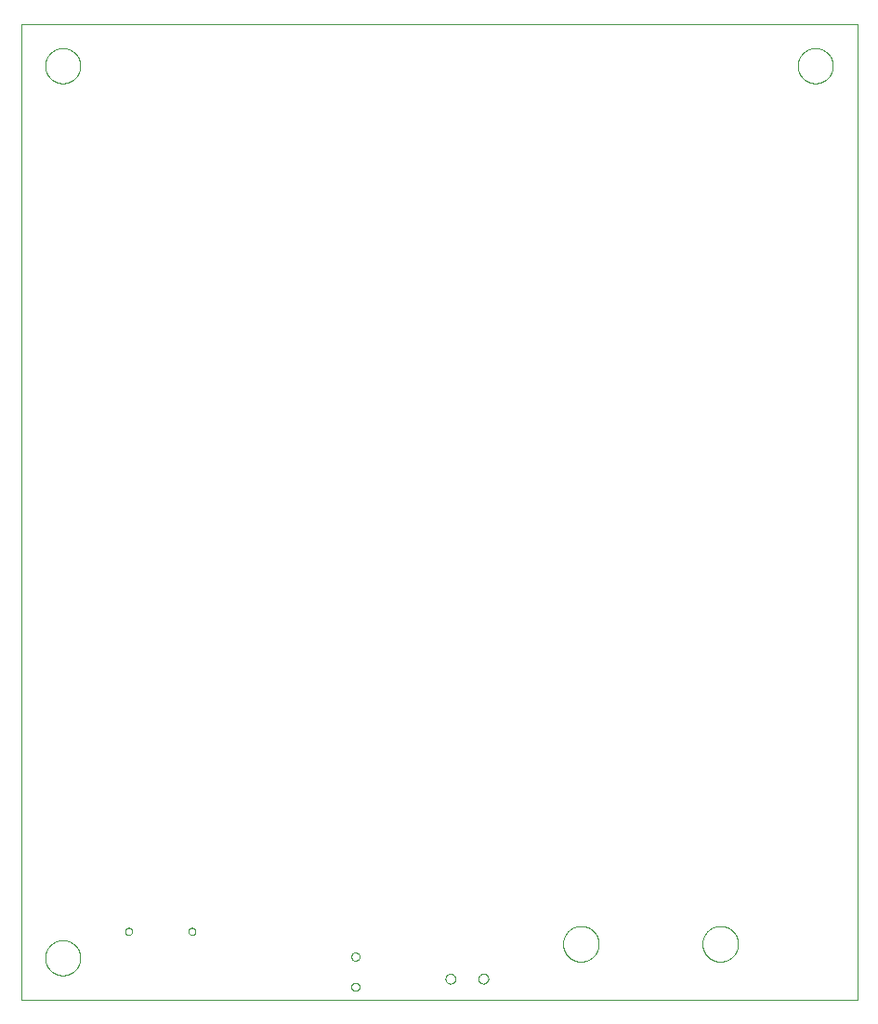
<source format=gbo>
G75*
%MOIN*%
%OFA0B0*%
%FSLAX25Y25*%
%IPPOS*%
%LPD*%
%AMOC8*
5,1,8,0,0,1.08239X$1,22.5*
%
%ADD10C,0.00000*%
D10*
X0001394Y0011093D02*
X0001394Y0361093D01*
X0301394Y0361093D01*
X0301394Y0011093D01*
X0001394Y0011093D01*
X0010095Y0026093D02*
X0010097Y0026251D01*
X0010103Y0026409D01*
X0010113Y0026567D01*
X0010127Y0026725D01*
X0010145Y0026882D01*
X0010166Y0027039D01*
X0010192Y0027195D01*
X0010222Y0027351D01*
X0010255Y0027506D01*
X0010293Y0027659D01*
X0010334Y0027812D01*
X0010379Y0027964D01*
X0010428Y0028115D01*
X0010481Y0028264D01*
X0010537Y0028412D01*
X0010597Y0028558D01*
X0010661Y0028703D01*
X0010729Y0028846D01*
X0010800Y0028988D01*
X0010874Y0029128D01*
X0010952Y0029265D01*
X0011034Y0029401D01*
X0011118Y0029535D01*
X0011207Y0029666D01*
X0011298Y0029795D01*
X0011393Y0029922D01*
X0011490Y0030047D01*
X0011591Y0030169D01*
X0011695Y0030288D01*
X0011802Y0030405D01*
X0011912Y0030519D01*
X0012025Y0030630D01*
X0012140Y0030739D01*
X0012258Y0030844D01*
X0012379Y0030946D01*
X0012502Y0031046D01*
X0012628Y0031142D01*
X0012756Y0031235D01*
X0012886Y0031325D01*
X0013019Y0031411D01*
X0013154Y0031495D01*
X0013290Y0031574D01*
X0013429Y0031651D01*
X0013570Y0031723D01*
X0013712Y0031793D01*
X0013856Y0031858D01*
X0014002Y0031920D01*
X0014149Y0031978D01*
X0014298Y0032033D01*
X0014448Y0032084D01*
X0014599Y0032131D01*
X0014751Y0032174D01*
X0014904Y0032213D01*
X0015059Y0032249D01*
X0015214Y0032280D01*
X0015370Y0032308D01*
X0015526Y0032332D01*
X0015683Y0032352D01*
X0015841Y0032368D01*
X0015998Y0032380D01*
X0016157Y0032388D01*
X0016315Y0032392D01*
X0016473Y0032392D01*
X0016631Y0032388D01*
X0016790Y0032380D01*
X0016947Y0032368D01*
X0017105Y0032352D01*
X0017262Y0032332D01*
X0017418Y0032308D01*
X0017574Y0032280D01*
X0017729Y0032249D01*
X0017884Y0032213D01*
X0018037Y0032174D01*
X0018189Y0032131D01*
X0018340Y0032084D01*
X0018490Y0032033D01*
X0018639Y0031978D01*
X0018786Y0031920D01*
X0018932Y0031858D01*
X0019076Y0031793D01*
X0019218Y0031723D01*
X0019359Y0031651D01*
X0019498Y0031574D01*
X0019634Y0031495D01*
X0019769Y0031411D01*
X0019902Y0031325D01*
X0020032Y0031235D01*
X0020160Y0031142D01*
X0020286Y0031046D01*
X0020409Y0030946D01*
X0020530Y0030844D01*
X0020648Y0030739D01*
X0020763Y0030630D01*
X0020876Y0030519D01*
X0020986Y0030405D01*
X0021093Y0030288D01*
X0021197Y0030169D01*
X0021298Y0030047D01*
X0021395Y0029922D01*
X0021490Y0029795D01*
X0021581Y0029666D01*
X0021670Y0029535D01*
X0021754Y0029401D01*
X0021836Y0029265D01*
X0021914Y0029128D01*
X0021988Y0028988D01*
X0022059Y0028846D01*
X0022127Y0028703D01*
X0022191Y0028558D01*
X0022251Y0028412D01*
X0022307Y0028264D01*
X0022360Y0028115D01*
X0022409Y0027964D01*
X0022454Y0027812D01*
X0022495Y0027659D01*
X0022533Y0027506D01*
X0022566Y0027351D01*
X0022596Y0027195D01*
X0022622Y0027039D01*
X0022643Y0026882D01*
X0022661Y0026725D01*
X0022675Y0026567D01*
X0022685Y0026409D01*
X0022691Y0026251D01*
X0022693Y0026093D01*
X0022691Y0025935D01*
X0022685Y0025777D01*
X0022675Y0025619D01*
X0022661Y0025461D01*
X0022643Y0025304D01*
X0022622Y0025147D01*
X0022596Y0024991D01*
X0022566Y0024835D01*
X0022533Y0024680D01*
X0022495Y0024527D01*
X0022454Y0024374D01*
X0022409Y0024222D01*
X0022360Y0024071D01*
X0022307Y0023922D01*
X0022251Y0023774D01*
X0022191Y0023628D01*
X0022127Y0023483D01*
X0022059Y0023340D01*
X0021988Y0023198D01*
X0021914Y0023058D01*
X0021836Y0022921D01*
X0021754Y0022785D01*
X0021670Y0022651D01*
X0021581Y0022520D01*
X0021490Y0022391D01*
X0021395Y0022264D01*
X0021298Y0022139D01*
X0021197Y0022017D01*
X0021093Y0021898D01*
X0020986Y0021781D01*
X0020876Y0021667D01*
X0020763Y0021556D01*
X0020648Y0021447D01*
X0020530Y0021342D01*
X0020409Y0021240D01*
X0020286Y0021140D01*
X0020160Y0021044D01*
X0020032Y0020951D01*
X0019902Y0020861D01*
X0019769Y0020775D01*
X0019634Y0020691D01*
X0019498Y0020612D01*
X0019359Y0020535D01*
X0019218Y0020463D01*
X0019076Y0020393D01*
X0018932Y0020328D01*
X0018786Y0020266D01*
X0018639Y0020208D01*
X0018490Y0020153D01*
X0018340Y0020102D01*
X0018189Y0020055D01*
X0018037Y0020012D01*
X0017884Y0019973D01*
X0017729Y0019937D01*
X0017574Y0019906D01*
X0017418Y0019878D01*
X0017262Y0019854D01*
X0017105Y0019834D01*
X0016947Y0019818D01*
X0016790Y0019806D01*
X0016631Y0019798D01*
X0016473Y0019794D01*
X0016315Y0019794D01*
X0016157Y0019798D01*
X0015998Y0019806D01*
X0015841Y0019818D01*
X0015683Y0019834D01*
X0015526Y0019854D01*
X0015370Y0019878D01*
X0015214Y0019906D01*
X0015059Y0019937D01*
X0014904Y0019973D01*
X0014751Y0020012D01*
X0014599Y0020055D01*
X0014448Y0020102D01*
X0014298Y0020153D01*
X0014149Y0020208D01*
X0014002Y0020266D01*
X0013856Y0020328D01*
X0013712Y0020393D01*
X0013570Y0020463D01*
X0013429Y0020535D01*
X0013290Y0020612D01*
X0013154Y0020691D01*
X0013019Y0020775D01*
X0012886Y0020861D01*
X0012756Y0020951D01*
X0012628Y0021044D01*
X0012502Y0021140D01*
X0012379Y0021240D01*
X0012258Y0021342D01*
X0012140Y0021447D01*
X0012025Y0021556D01*
X0011912Y0021667D01*
X0011802Y0021781D01*
X0011695Y0021898D01*
X0011591Y0022017D01*
X0011490Y0022139D01*
X0011393Y0022264D01*
X0011298Y0022391D01*
X0011207Y0022520D01*
X0011118Y0022651D01*
X0011034Y0022785D01*
X0010952Y0022921D01*
X0010874Y0023058D01*
X0010800Y0023198D01*
X0010729Y0023340D01*
X0010661Y0023483D01*
X0010597Y0023628D01*
X0010537Y0023774D01*
X0010481Y0023922D01*
X0010428Y0024071D01*
X0010379Y0024222D01*
X0010334Y0024374D01*
X0010293Y0024527D01*
X0010255Y0024680D01*
X0010222Y0024835D01*
X0010192Y0024991D01*
X0010166Y0025147D01*
X0010145Y0025304D01*
X0010127Y0025461D01*
X0010113Y0025619D01*
X0010103Y0025777D01*
X0010097Y0025935D01*
X0010095Y0026093D01*
X0038736Y0035581D02*
X0038738Y0035652D01*
X0038744Y0035723D01*
X0038754Y0035794D01*
X0038768Y0035863D01*
X0038785Y0035932D01*
X0038807Y0036000D01*
X0038832Y0036067D01*
X0038861Y0036132D01*
X0038893Y0036195D01*
X0038929Y0036257D01*
X0038968Y0036316D01*
X0039011Y0036373D01*
X0039056Y0036428D01*
X0039105Y0036480D01*
X0039156Y0036529D01*
X0039210Y0036575D01*
X0039267Y0036619D01*
X0039325Y0036659D01*
X0039386Y0036695D01*
X0039449Y0036729D01*
X0039514Y0036758D01*
X0039580Y0036784D01*
X0039648Y0036807D01*
X0039716Y0036825D01*
X0039786Y0036840D01*
X0039856Y0036851D01*
X0039927Y0036858D01*
X0039998Y0036861D01*
X0040069Y0036860D01*
X0040140Y0036855D01*
X0040211Y0036846D01*
X0040281Y0036833D01*
X0040350Y0036817D01*
X0040418Y0036796D01*
X0040485Y0036772D01*
X0040551Y0036744D01*
X0040614Y0036712D01*
X0040676Y0036677D01*
X0040736Y0036639D01*
X0040794Y0036597D01*
X0040849Y0036553D01*
X0040902Y0036505D01*
X0040952Y0036454D01*
X0040999Y0036401D01*
X0041043Y0036345D01*
X0041084Y0036287D01*
X0041122Y0036226D01*
X0041156Y0036164D01*
X0041186Y0036099D01*
X0041213Y0036034D01*
X0041237Y0035966D01*
X0041256Y0035898D01*
X0041272Y0035829D01*
X0041284Y0035758D01*
X0041292Y0035688D01*
X0041296Y0035617D01*
X0041296Y0035545D01*
X0041292Y0035474D01*
X0041284Y0035404D01*
X0041272Y0035333D01*
X0041256Y0035264D01*
X0041237Y0035196D01*
X0041213Y0035128D01*
X0041186Y0035063D01*
X0041156Y0034998D01*
X0041122Y0034936D01*
X0041084Y0034875D01*
X0041043Y0034817D01*
X0040999Y0034761D01*
X0040952Y0034708D01*
X0040902Y0034657D01*
X0040849Y0034609D01*
X0040794Y0034565D01*
X0040736Y0034523D01*
X0040676Y0034485D01*
X0040614Y0034450D01*
X0040551Y0034418D01*
X0040485Y0034390D01*
X0040418Y0034366D01*
X0040350Y0034345D01*
X0040281Y0034329D01*
X0040211Y0034316D01*
X0040140Y0034307D01*
X0040069Y0034302D01*
X0039998Y0034301D01*
X0039927Y0034304D01*
X0039856Y0034311D01*
X0039786Y0034322D01*
X0039716Y0034337D01*
X0039648Y0034355D01*
X0039580Y0034378D01*
X0039514Y0034404D01*
X0039449Y0034433D01*
X0039386Y0034467D01*
X0039325Y0034503D01*
X0039267Y0034543D01*
X0039210Y0034587D01*
X0039156Y0034633D01*
X0039105Y0034682D01*
X0039056Y0034734D01*
X0039011Y0034789D01*
X0038968Y0034846D01*
X0038929Y0034905D01*
X0038893Y0034967D01*
X0038861Y0035030D01*
X0038832Y0035095D01*
X0038807Y0035162D01*
X0038785Y0035230D01*
X0038768Y0035299D01*
X0038754Y0035368D01*
X0038744Y0035439D01*
X0038738Y0035510D01*
X0038736Y0035581D01*
X0061492Y0035581D02*
X0061494Y0035652D01*
X0061500Y0035723D01*
X0061510Y0035794D01*
X0061524Y0035863D01*
X0061541Y0035932D01*
X0061563Y0036000D01*
X0061588Y0036067D01*
X0061617Y0036132D01*
X0061649Y0036195D01*
X0061685Y0036257D01*
X0061724Y0036316D01*
X0061767Y0036373D01*
X0061812Y0036428D01*
X0061861Y0036480D01*
X0061912Y0036529D01*
X0061966Y0036575D01*
X0062023Y0036619D01*
X0062081Y0036659D01*
X0062142Y0036695D01*
X0062205Y0036729D01*
X0062270Y0036758D01*
X0062336Y0036784D01*
X0062404Y0036807D01*
X0062472Y0036825D01*
X0062542Y0036840D01*
X0062612Y0036851D01*
X0062683Y0036858D01*
X0062754Y0036861D01*
X0062825Y0036860D01*
X0062896Y0036855D01*
X0062967Y0036846D01*
X0063037Y0036833D01*
X0063106Y0036817D01*
X0063174Y0036796D01*
X0063241Y0036772D01*
X0063307Y0036744D01*
X0063370Y0036712D01*
X0063432Y0036677D01*
X0063492Y0036639D01*
X0063550Y0036597D01*
X0063605Y0036553D01*
X0063658Y0036505D01*
X0063708Y0036454D01*
X0063755Y0036401D01*
X0063799Y0036345D01*
X0063840Y0036287D01*
X0063878Y0036226D01*
X0063912Y0036164D01*
X0063942Y0036099D01*
X0063969Y0036034D01*
X0063993Y0035966D01*
X0064012Y0035898D01*
X0064028Y0035829D01*
X0064040Y0035758D01*
X0064048Y0035688D01*
X0064052Y0035617D01*
X0064052Y0035545D01*
X0064048Y0035474D01*
X0064040Y0035404D01*
X0064028Y0035333D01*
X0064012Y0035264D01*
X0063993Y0035196D01*
X0063969Y0035128D01*
X0063942Y0035063D01*
X0063912Y0034998D01*
X0063878Y0034936D01*
X0063840Y0034875D01*
X0063799Y0034817D01*
X0063755Y0034761D01*
X0063708Y0034708D01*
X0063658Y0034657D01*
X0063605Y0034609D01*
X0063550Y0034565D01*
X0063492Y0034523D01*
X0063432Y0034485D01*
X0063370Y0034450D01*
X0063307Y0034418D01*
X0063241Y0034390D01*
X0063174Y0034366D01*
X0063106Y0034345D01*
X0063037Y0034329D01*
X0062967Y0034316D01*
X0062896Y0034307D01*
X0062825Y0034302D01*
X0062754Y0034301D01*
X0062683Y0034304D01*
X0062612Y0034311D01*
X0062542Y0034322D01*
X0062472Y0034337D01*
X0062404Y0034355D01*
X0062336Y0034378D01*
X0062270Y0034404D01*
X0062205Y0034433D01*
X0062142Y0034467D01*
X0062081Y0034503D01*
X0062023Y0034543D01*
X0061966Y0034587D01*
X0061912Y0034633D01*
X0061861Y0034682D01*
X0061812Y0034734D01*
X0061767Y0034789D01*
X0061724Y0034846D01*
X0061685Y0034905D01*
X0061649Y0034967D01*
X0061617Y0035030D01*
X0061588Y0035095D01*
X0061563Y0035162D01*
X0061541Y0035230D01*
X0061524Y0035299D01*
X0061510Y0035368D01*
X0061500Y0035439D01*
X0061494Y0035510D01*
X0061492Y0035581D01*
X0119918Y0026506D02*
X0119920Y0026583D01*
X0119926Y0026659D01*
X0119936Y0026735D01*
X0119950Y0026810D01*
X0119967Y0026885D01*
X0119989Y0026958D01*
X0120014Y0027031D01*
X0120044Y0027102D01*
X0120076Y0027171D01*
X0120113Y0027238D01*
X0120152Y0027304D01*
X0120195Y0027367D01*
X0120242Y0027428D01*
X0120291Y0027487D01*
X0120344Y0027543D01*
X0120399Y0027596D01*
X0120457Y0027646D01*
X0120517Y0027693D01*
X0120580Y0027737D01*
X0120645Y0027778D01*
X0120712Y0027815D01*
X0120781Y0027849D01*
X0120851Y0027879D01*
X0120923Y0027905D01*
X0120997Y0027927D01*
X0121071Y0027946D01*
X0121146Y0027961D01*
X0121222Y0027972D01*
X0121298Y0027979D01*
X0121375Y0027982D01*
X0121451Y0027981D01*
X0121528Y0027976D01*
X0121604Y0027967D01*
X0121680Y0027954D01*
X0121754Y0027937D01*
X0121828Y0027917D01*
X0121901Y0027892D01*
X0121972Y0027864D01*
X0122042Y0027832D01*
X0122110Y0027797D01*
X0122176Y0027758D01*
X0122240Y0027716D01*
X0122301Y0027670D01*
X0122361Y0027621D01*
X0122417Y0027570D01*
X0122471Y0027515D01*
X0122522Y0027458D01*
X0122570Y0027398D01*
X0122615Y0027336D01*
X0122656Y0027271D01*
X0122694Y0027205D01*
X0122729Y0027137D01*
X0122759Y0027066D01*
X0122787Y0026995D01*
X0122810Y0026922D01*
X0122830Y0026848D01*
X0122846Y0026773D01*
X0122858Y0026697D01*
X0122866Y0026621D01*
X0122870Y0026544D01*
X0122870Y0026468D01*
X0122866Y0026391D01*
X0122858Y0026315D01*
X0122846Y0026239D01*
X0122830Y0026164D01*
X0122810Y0026090D01*
X0122787Y0026017D01*
X0122759Y0025946D01*
X0122729Y0025875D01*
X0122694Y0025807D01*
X0122656Y0025741D01*
X0122615Y0025676D01*
X0122570Y0025614D01*
X0122522Y0025554D01*
X0122471Y0025497D01*
X0122417Y0025442D01*
X0122361Y0025391D01*
X0122301Y0025342D01*
X0122240Y0025296D01*
X0122176Y0025254D01*
X0122110Y0025215D01*
X0122042Y0025180D01*
X0121972Y0025148D01*
X0121901Y0025120D01*
X0121828Y0025095D01*
X0121754Y0025075D01*
X0121680Y0025058D01*
X0121604Y0025045D01*
X0121528Y0025036D01*
X0121451Y0025031D01*
X0121375Y0025030D01*
X0121298Y0025033D01*
X0121222Y0025040D01*
X0121146Y0025051D01*
X0121071Y0025066D01*
X0120997Y0025085D01*
X0120923Y0025107D01*
X0120851Y0025133D01*
X0120781Y0025163D01*
X0120712Y0025197D01*
X0120645Y0025234D01*
X0120580Y0025275D01*
X0120517Y0025319D01*
X0120457Y0025366D01*
X0120399Y0025416D01*
X0120344Y0025469D01*
X0120291Y0025525D01*
X0120242Y0025584D01*
X0120195Y0025645D01*
X0120152Y0025708D01*
X0120113Y0025774D01*
X0120076Y0025841D01*
X0120044Y0025910D01*
X0120014Y0025981D01*
X0119989Y0026054D01*
X0119967Y0026127D01*
X0119950Y0026202D01*
X0119936Y0026277D01*
X0119926Y0026353D01*
X0119920Y0026429D01*
X0119918Y0026506D01*
X0119918Y0015680D02*
X0119920Y0015757D01*
X0119926Y0015833D01*
X0119936Y0015909D01*
X0119950Y0015984D01*
X0119967Y0016059D01*
X0119989Y0016132D01*
X0120014Y0016205D01*
X0120044Y0016276D01*
X0120076Y0016345D01*
X0120113Y0016412D01*
X0120152Y0016478D01*
X0120195Y0016541D01*
X0120242Y0016602D01*
X0120291Y0016661D01*
X0120344Y0016717D01*
X0120399Y0016770D01*
X0120457Y0016820D01*
X0120517Y0016867D01*
X0120580Y0016911D01*
X0120645Y0016952D01*
X0120712Y0016989D01*
X0120781Y0017023D01*
X0120851Y0017053D01*
X0120923Y0017079D01*
X0120997Y0017101D01*
X0121071Y0017120D01*
X0121146Y0017135D01*
X0121222Y0017146D01*
X0121298Y0017153D01*
X0121375Y0017156D01*
X0121451Y0017155D01*
X0121528Y0017150D01*
X0121604Y0017141D01*
X0121680Y0017128D01*
X0121754Y0017111D01*
X0121828Y0017091D01*
X0121901Y0017066D01*
X0121972Y0017038D01*
X0122042Y0017006D01*
X0122110Y0016971D01*
X0122176Y0016932D01*
X0122240Y0016890D01*
X0122301Y0016844D01*
X0122361Y0016795D01*
X0122417Y0016744D01*
X0122471Y0016689D01*
X0122522Y0016632D01*
X0122570Y0016572D01*
X0122615Y0016510D01*
X0122656Y0016445D01*
X0122694Y0016379D01*
X0122729Y0016311D01*
X0122759Y0016240D01*
X0122787Y0016169D01*
X0122810Y0016096D01*
X0122830Y0016022D01*
X0122846Y0015947D01*
X0122858Y0015871D01*
X0122866Y0015795D01*
X0122870Y0015718D01*
X0122870Y0015642D01*
X0122866Y0015565D01*
X0122858Y0015489D01*
X0122846Y0015413D01*
X0122830Y0015338D01*
X0122810Y0015264D01*
X0122787Y0015191D01*
X0122759Y0015120D01*
X0122729Y0015049D01*
X0122694Y0014981D01*
X0122656Y0014915D01*
X0122615Y0014850D01*
X0122570Y0014788D01*
X0122522Y0014728D01*
X0122471Y0014671D01*
X0122417Y0014616D01*
X0122361Y0014565D01*
X0122301Y0014516D01*
X0122240Y0014470D01*
X0122176Y0014428D01*
X0122110Y0014389D01*
X0122042Y0014354D01*
X0121972Y0014322D01*
X0121901Y0014294D01*
X0121828Y0014269D01*
X0121754Y0014249D01*
X0121680Y0014232D01*
X0121604Y0014219D01*
X0121528Y0014210D01*
X0121451Y0014205D01*
X0121375Y0014204D01*
X0121298Y0014207D01*
X0121222Y0014214D01*
X0121146Y0014225D01*
X0121071Y0014240D01*
X0120997Y0014259D01*
X0120923Y0014281D01*
X0120851Y0014307D01*
X0120781Y0014337D01*
X0120712Y0014371D01*
X0120645Y0014408D01*
X0120580Y0014449D01*
X0120517Y0014493D01*
X0120457Y0014540D01*
X0120399Y0014590D01*
X0120344Y0014643D01*
X0120291Y0014699D01*
X0120242Y0014758D01*
X0120195Y0014819D01*
X0120152Y0014882D01*
X0120113Y0014948D01*
X0120076Y0015015D01*
X0120044Y0015084D01*
X0120014Y0015155D01*
X0119989Y0015228D01*
X0119967Y0015301D01*
X0119950Y0015376D01*
X0119936Y0015451D01*
X0119926Y0015527D01*
X0119920Y0015603D01*
X0119918Y0015680D01*
X0153716Y0018593D02*
X0153718Y0018677D01*
X0153724Y0018760D01*
X0153734Y0018843D01*
X0153748Y0018926D01*
X0153765Y0019008D01*
X0153787Y0019089D01*
X0153812Y0019168D01*
X0153841Y0019247D01*
X0153874Y0019324D01*
X0153910Y0019399D01*
X0153950Y0019473D01*
X0153993Y0019545D01*
X0154040Y0019614D01*
X0154090Y0019681D01*
X0154143Y0019746D01*
X0154199Y0019808D01*
X0154257Y0019868D01*
X0154319Y0019925D01*
X0154383Y0019978D01*
X0154450Y0020029D01*
X0154519Y0020076D01*
X0154590Y0020121D01*
X0154663Y0020161D01*
X0154738Y0020198D01*
X0154815Y0020232D01*
X0154893Y0020262D01*
X0154972Y0020288D01*
X0155053Y0020311D01*
X0155135Y0020329D01*
X0155217Y0020344D01*
X0155300Y0020355D01*
X0155383Y0020362D01*
X0155467Y0020365D01*
X0155551Y0020364D01*
X0155634Y0020359D01*
X0155718Y0020350D01*
X0155800Y0020337D01*
X0155882Y0020321D01*
X0155963Y0020300D01*
X0156044Y0020276D01*
X0156122Y0020248D01*
X0156200Y0020216D01*
X0156276Y0020180D01*
X0156350Y0020141D01*
X0156422Y0020099D01*
X0156492Y0020053D01*
X0156560Y0020004D01*
X0156625Y0019952D01*
X0156688Y0019897D01*
X0156748Y0019839D01*
X0156806Y0019778D01*
X0156860Y0019714D01*
X0156912Y0019648D01*
X0156960Y0019580D01*
X0157005Y0019509D01*
X0157046Y0019436D01*
X0157085Y0019362D01*
X0157119Y0019286D01*
X0157150Y0019208D01*
X0157177Y0019129D01*
X0157201Y0019048D01*
X0157220Y0018967D01*
X0157236Y0018885D01*
X0157248Y0018802D01*
X0157256Y0018718D01*
X0157260Y0018635D01*
X0157260Y0018551D01*
X0157256Y0018468D01*
X0157248Y0018384D01*
X0157236Y0018301D01*
X0157220Y0018219D01*
X0157201Y0018138D01*
X0157177Y0018057D01*
X0157150Y0017978D01*
X0157119Y0017900D01*
X0157085Y0017824D01*
X0157046Y0017750D01*
X0157005Y0017677D01*
X0156960Y0017606D01*
X0156912Y0017538D01*
X0156860Y0017472D01*
X0156806Y0017408D01*
X0156748Y0017347D01*
X0156688Y0017289D01*
X0156625Y0017234D01*
X0156560Y0017182D01*
X0156492Y0017133D01*
X0156422Y0017087D01*
X0156350Y0017045D01*
X0156276Y0017006D01*
X0156200Y0016970D01*
X0156122Y0016938D01*
X0156044Y0016910D01*
X0155963Y0016886D01*
X0155882Y0016865D01*
X0155800Y0016849D01*
X0155718Y0016836D01*
X0155634Y0016827D01*
X0155551Y0016822D01*
X0155467Y0016821D01*
X0155383Y0016824D01*
X0155300Y0016831D01*
X0155217Y0016842D01*
X0155135Y0016857D01*
X0155053Y0016875D01*
X0154972Y0016898D01*
X0154893Y0016924D01*
X0154815Y0016954D01*
X0154738Y0016988D01*
X0154663Y0017025D01*
X0154590Y0017065D01*
X0154519Y0017110D01*
X0154450Y0017157D01*
X0154383Y0017208D01*
X0154319Y0017261D01*
X0154257Y0017318D01*
X0154199Y0017378D01*
X0154143Y0017440D01*
X0154090Y0017505D01*
X0154040Y0017572D01*
X0153993Y0017641D01*
X0153950Y0017713D01*
X0153910Y0017787D01*
X0153874Y0017862D01*
X0153841Y0017939D01*
X0153812Y0018018D01*
X0153787Y0018097D01*
X0153765Y0018178D01*
X0153748Y0018260D01*
X0153734Y0018343D01*
X0153724Y0018426D01*
X0153718Y0018509D01*
X0153716Y0018593D01*
X0165527Y0018593D02*
X0165529Y0018677D01*
X0165535Y0018760D01*
X0165545Y0018843D01*
X0165559Y0018926D01*
X0165576Y0019008D01*
X0165598Y0019089D01*
X0165623Y0019168D01*
X0165652Y0019247D01*
X0165685Y0019324D01*
X0165721Y0019399D01*
X0165761Y0019473D01*
X0165804Y0019545D01*
X0165851Y0019614D01*
X0165901Y0019681D01*
X0165954Y0019746D01*
X0166010Y0019808D01*
X0166068Y0019868D01*
X0166130Y0019925D01*
X0166194Y0019978D01*
X0166261Y0020029D01*
X0166330Y0020076D01*
X0166401Y0020121D01*
X0166474Y0020161D01*
X0166549Y0020198D01*
X0166626Y0020232D01*
X0166704Y0020262D01*
X0166783Y0020288D01*
X0166864Y0020311D01*
X0166946Y0020329D01*
X0167028Y0020344D01*
X0167111Y0020355D01*
X0167194Y0020362D01*
X0167278Y0020365D01*
X0167362Y0020364D01*
X0167445Y0020359D01*
X0167529Y0020350D01*
X0167611Y0020337D01*
X0167693Y0020321D01*
X0167774Y0020300D01*
X0167855Y0020276D01*
X0167933Y0020248D01*
X0168011Y0020216D01*
X0168087Y0020180D01*
X0168161Y0020141D01*
X0168233Y0020099D01*
X0168303Y0020053D01*
X0168371Y0020004D01*
X0168436Y0019952D01*
X0168499Y0019897D01*
X0168559Y0019839D01*
X0168617Y0019778D01*
X0168671Y0019714D01*
X0168723Y0019648D01*
X0168771Y0019580D01*
X0168816Y0019509D01*
X0168857Y0019436D01*
X0168896Y0019362D01*
X0168930Y0019286D01*
X0168961Y0019208D01*
X0168988Y0019129D01*
X0169012Y0019048D01*
X0169031Y0018967D01*
X0169047Y0018885D01*
X0169059Y0018802D01*
X0169067Y0018718D01*
X0169071Y0018635D01*
X0169071Y0018551D01*
X0169067Y0018468D01*
X0169059Y0018384D01*
X0169047Y0018301D01*
X0169031Y0018219D01*
X0169012Y0018138D01*
X0168988Y0018057D01*
X0168961Y0017978D01*
X0168930Y0017900D01*
X0168896Y0017824D01*
X0168857Y0017750D01*
X0168816Y0017677D01*
X0168771Y0017606D01*
X0168723Y0017538D01*
X0168671Y0017472D01*
X0168617Y0017408D01*
X0168559Y0017347D01*
X0168499Y0017289D01*
X0168436Y0017234D01*
X0168371Y0017182D01*
X0168303Y0017133D01*
X0168233Y0017087D01*
X0168161Y0017045D01*
X0168087Y0017006D01*
X0168011Y0016970D01*
X0167933Y0016938D01*
X0167855Y0016910D01*
X0167774Y0016886D01*
X0167693Y0016865D01*
X0167611Y0016849D01*
X0167529Y0016836D01*
X0167445Y0016827D01*
X0167362Y0016822D01*
X0167278Y0016821D01*
X0167194Y0016824D01*
X0167111Y0016831D01*
X0167028Y0016842D01*
X0166946Y0016857D01*
X0166864Y0016875D01*
X0166783Y0016898D01*
X0166704Y0016924D01*
X0166626Y0016954D01*
X0166549Y0016988D01*
X0166474Y0017025D01*
X0166401Y0017065D01*
X0166330Y0017110D01*
X0166261Y0017157D01*
X0166194Y0017208D01*
X0166130Y0017261D01*
X0166068Y0017318D01*
X0166010Y0017378D01*
X0165954Y0017440D01*
X0165901Y0017505D01*
X0165851Y0017572D01*
X0165804Y0017641D01*
X0165761Y0017713D01*
X0165721Y0017787D01*
X0165685Y0017862D01*
X0165652Y0017939D01*
X0165623Y0018018D01*
X0165598Y0018097D01*
X0165576Y0018178D01*
X0165559Y0018260D01*
X0165545Y0018343D01*
X0165535Y0018426D01*
X0165529Y0018509D01*
X0165527Y0018593D01*
X0195901Y0031093D02*
X0195903Y0031253D01*
X0195909Y0031412D01*
X0195919Y0031571D01*
X0195933Y0031730D01*
X0195951Y0031889D01*
X0195972Y0032047D01*
X0195998Y0032204D01*
X0196028Y0032361D01*
X0196061Y0032517D01*
X0196099Y0032672D01*
X0196140Y0032826D01*
X0196185Y0032979D01*
X0196234Y0033131D01*
X0196287Y0033281D01*
X0196343Y0033430D01*
X0196403Y0033578D01*
X0196467Y0033724D01*
X0196535Y0033869D01*
X0196606Y0034012D01*
X0196680Y0034153D01*
X0196758Y0034292D01*
X0196840Y0034429D01*
X0196925Y0034564D01*
X0197013Y0034697D01*
X0197104Y0034828D01*
X0197199Y0034956D01*
X0197297Y0035082D01*
X0197398Y0035206D01*
X0197502Y0035326D01*
X0197609Y0035445D01*
X0197719Y0035560D01*
X0197832Y0035673D01*
X0197947Y0035783D01*
X0198066Y0035890D01*
X0198186Y0035994D01*
X0198310Y0036095D01*
X0198436Y0036193D01*
X0198564Y0036288D01*
X0198695Y0036379D01*
X0198828Y0036467D01*
X0198963Y0036552D01*
X0199100Y0036634D01*
X0199239Y0036712D01*
X0199380Y0036786D01*
X0199523Y0036857D01*
X0199668Y0036925D01*
X0199814Y0036989D01*
X0199962Y0037049D01*
X0200111Y0037105D01*
X0200261Y0037158D01*
X0200413Y0037207D01*
X0200566Y0037252D01*
X0200720Y0037293D01*
X0200875Y0037331D01*
X0201031Y0037364D01*
X0201188Y0037394D01*
X0201345Y0037420D01*
X0201503Y0037441D01*
X0201662Y0037459D01*
X0201821Y0037473D01*
X0201980Y0037483D01*
X0202139Y0037489D01*
X0202299Y0037491D01*
X0202459Y0037489D01*
X0202618Y0037483D01*
X0202777Y0037473D01*
X0202936Y0037459D01*
X0203095Y0037441D01*
X0203253Y0037420D01*
X0203410Y0037394D01*
X0203567Y0037364D01*
X0203723Y0037331D01*
X0203878Y0037293D01*
X0204032Y0037252D01*
X0204185Y0037207D01*
X0204337Y0037158D01*
X0204487Y0037105D01*
X0204636Y0037049D01*
X0204784Y0036989D01*
X0204930Y0036925D01*
X0205075Y0036857D01*
X0205218Y0036786D01*
X0205359Y0036712D01*
X0205498Y0036634D01*
X0205635Y0036552D01*
X0205770Y0036467D01*
X0205903Y0036379D01*
X0206034Y0036288D01*
X0206162Y0036193D01*
X0206288Y0036095D01*
X0206412Y0035994D01*
X0206532Y0035890D01*
X0206651Y0035783D01*
X0206766Y0035673D01*
X0206879Y0035560D01*
X0206989Y0035445D01*
X0207096Y0035326D01*
X0207200Y0035206D01*
X0207301Y0035082D01*
X0207399Y0034956D01*
X0207494Y0034828D01*
X0207585Y0034697D01*
X0207673Y0034564D01*
X0207758Y0034429D01*
X0207840Y0034292D01*
X0207918Y0034153D01*
X0207992Y0034012D01*
X0208063Y0033869D01*
X0208131Y0033724D01*
X0208195Y0033578D01*
X0208255Y0033430D01*
X0208311Y0033281D01*
X0208364Y0033131D01*
X0208413Y0032979D01*
X0208458Y0032826D01*
X0208499Y0032672D01*
X0208537Y0032517D01*
X0208570Y0032361D01*
X0208600Y0032204D01*
X0208626Y0032047D01*
X0208647Y0031889D01*
X0208665Y0031730D01*
X0208679Y0031571D01*
X0208689Y0031412D01*
X0208695Y0031253D01*
X0208697Y0031093D01*
X0208695Y0030933D01*
X0208689Y0030774D01*
X0208679Y0030615D01*
X0208665Y0030456D01*
X0208647Y0030297D01*
X0208626Y0030139D01*
X0208600Y0029982D01*
X0208570Y0029825D01*
X0208537Y0029669D01*
X0208499Y0029514D01*
X0208458Y0029360D01*
X0208413Y0029207D01*
X0208364Y0029055D01*
X0208311Y0028905D01*
X0208255Y0028756D01*
X0208195Y0028608D01*
X0208131Y0028462D01*
X0208063Y0028317D01*
X0207992Y0028174D01*
X0207918Y0028033D01*
X0207840Y0027894D01*
X0207758Y0027757D01*
X0207673Y0027622D01*
X0207585Y0027489D01*
X0207494Y0027358D01*
X0207399Y0027230D01*
X0207301Y0027104D01*
X0207200Y0026980D01*
X0207096Y0026860D01*
X0206989Y0026741D01*
X0206879Y0026626D01*
X0206766Y0026513D01*
X0206651Y0026403D01*
X0206532Y0026296D01*
X0206412Y0026192D01*
X0206288Y0026091D01*
X0206162Y0025993D01*
X0206034Y0025898D01*
X0205903Y0025807D01*
X0205770Y0025719D01*
X0205635Y0025634D01*
X0205498Y0025552D01*
X0205359Y0025474D01*
X0205218Y0025400D01*
X0205075Y0025329D01*
X0204930Y0025261D01*
X0204784Y0025197D01*
X0204636Y0025137D01*
X0204487Y0025081D01*
X0204337Y0025028D01*
X0204185Y0024979D01*
X0204032Y0024934D01*
X0203878Y0024893D01*
X0203723Y0024855D01*
X0203567Y0024822D01*
X0203410Y0024792D01*
X0203253Y0024766D01*
X0203095Y0024745D01*
X0202936Y0024727D01*
X0202777Y0024713D01*
X0202618Y0024703D01*
X0202459Y0024697D01*
X0202299Y0024695D01*
X0202139Y0024697D01*
X0201980Y0024703D01*
X0201821Y0024713D01*
X0201662Y0024727D01*
X0201503Y0024745D01*
X0201345Y0024766D01*
X0201188Y0024792D01*
X0201031Y0024822D01*
X0200875Y0024855D01*
X0200720Y0024893D01*
X0200566Y0024934D01*
X0200413Y0024979D01*
X0200261Y0025028D01*
X0200111Y0025081D01*
X0199962Y0025137D01*
X0199814Y0025197D01*
X0199668Y0025261D01*
X0199523Y0025329D01*
X0199380Y0025400D01*
X0199239Y0025474D01*
X0199100Y0025552D01*
X0198963Y0025634D01*
X0198828Y0025719D01*
X0198695Y0025807D01*
X0198564Y0025898D01*
X0198436Y0025993D01*
X0198310Y0026091D01*
X0198186Y0026192D01*
X0198066Y0026296D01*
X0197947Y0026403D01*
X0197832Y0026513D01*
X0197719Y0026626D01*
X0197609Y0026741D01*
X0197502Y0026860D01*
X0197398Y0026980D01*
X0197297Y0027104D01*
X0197199Y0027230D01*
X0197104Y0027358D01*
X0197013Y0027489D01*
X0196925Y0027622D01*
X0196840Y0027757D01*
X0196758Y0027894D01*
X0196680Y0028033D01*
X0196606Y0028174D01*
X0196535Y0028317D01*
X0196467Y0028462D01*
X0196403Y0028608D01*
X0196343Y0028756D01*
X0196287Y0028905D01*
X0196234Y0029055D01*
X0196185Y0029207D01*
X0196140Y0029360D01*
X0196099Y0029514D01*
X0196061Y0029669D01*
X0196028Y0029825D01*
X0195998Y0029982D01*
X0195972Y0030139D01*
X0195951Y0030297D01*
X0195933Y0030456D01*
X0195919Y0030615D01*
X0195909Y0030774D01*
X0195903Y0030933D01*
X0195901Y0031093D01*
X0245901Y0031093D02*
X0245903Y0031253D01*
X0245909Y0031412D01*
X0245919Y0031571D01*
X0245933Y0031730D01*
X0245951Y0031889D01*
X0245972Y0032047D01*
X0245998Y0032204D01*
X0246028Y0032361D01*
X0246061Y0032517D01*
X0246099Y0032672D01*
X0246140Y0032826D01*
X0246185Y0032979D01*
X0246234Y0033131D01*
X0246287Y0033281D01*
X0246343Y0033430D01*
X0246403Y0033578D01*
X0246467Y0033724D01*
X0246535Y0033869D01*
X0246606Y0034012D01*
X0246680Y0034153D01*
X0246758Y0034292D01*
X0246840Y0034429D01*
X0246925Y0034564D01*
X0247013Y0034697D01*
X0247104Y0034828D01*
X0247199Y0034956D01*
X0247297Y0035082D01*
X0247398Y0035206D01*
X0247502Y0035326D01*
X0247609Y0035445D01*
X0247719Y0035560D01*
X0247832Y0035673D01*
X0247947Y0035783D01*
X0248066Y0035890D01*
X0248186Y0035994D01*
X0248310Y0036095D01*
X0248436Y0036193D01*
X0248564Y0036288D01*
X0248695Y0036379D01*
X0248828Y0036467D01*
X0248963Y0036552D01*
X0249100Y0036634D01*
X0249239Y0036712D01*
X0249380Y0036786D01*
X0249523Y0036857D01*
X0249668Y0036925D01*
X0249814Y0036989D01*
X0249962Y0037049D01*
X0250111Y0037105D01*
X0250261Y0037158D01*
X0250413Y0037207D01*
X0250566Y0037252D01*
X0250720Y0037293D01*
X0250875Y0037331D01*
X0251031Y0037364D01*
X0251188Y0037394D01*
X0251345Y0037420D01*
X0251503Y0037441D01*
X0251662Y0037459D01*
X0251821Y0037473D01*
X0251980Y0037483D01*
X0252139Y0037489D01*
X0252299Y0037491D01*
X0252459Y0037489D01*
X0252618Y0037483D01*
X0252777Y0037473D01*
X0252936Y0037459D01*
X0253095Y0037441D01*
X0253253Y0037420D01*
X0253410Y0037394D01*
X0253567Y0037364D01*
X0253723Y0037331D01*
X0253878Y0037293D01*
X0254032Y0037252D01*
X0254185Y0037207D01*
X0254337Y0037158D01*
X0254487Y0037105D01*
X0254636Y0037049D01*
X0254784Y0036989D01*
X0254930Y0036925D01*
X0255075Y0036857D01*
X0255218Y0036786D01*
X0255359Y0036712D01*
X0255498Y0036634D01*
X0255635Y0036552D01*
X0255770Y0036467D01*
X0255903Y0036379D01*
X0256034Y0036288D01*
X0256162Y0036193D01*
X0256288Y0036095D01*
X0256412Y0035994D01*
X0256532Y0035890D01*
X0256651Y0035783D01*
X0256766Y0035673D01*
X0256879Y0035560D01*
X0256989Y0035445D01*
X0257096Y0035326D01*
X0257200Y0035206D01*
X0257301Y0035082D01*
X0257399Y0034956D01*
X0257494Y0034828D01*
X0257585Y0034697D01*
X0257673Y0034564D01*
X0257758Y0034429D01*
X0257840Y0034292D01*
X0257918Y0034153D01*
X0257992Y0034012D01*
X0258063Y0033869D01*
X0258131Y0033724D01*
X0258195Y0033578D01*
X0258255Y0033430D01*
X0258311Y0033281D01*
X0258364Y0033131D01*
X0258413Y0032979D01*
X0258458Y0032826D01*
X0258499Y0032672D01*
X0258537Y0032517D01*
X0258570Y0032361D01*
X0258600Y0032204D01*
X0258626Y0032047D01*
X0258647Y0031889D01*
X0258665Y0031730D01*
X0258679Y0031571D01*
X0258689Y0031412D01*
X0258695Y0031253D01*
X0258697Y0031093D01*
X0258695Y0030933D01*
X0258689Y0030774D01*
X0258679Y0030615D01*
X0258665Y0030456D01*
X0258647Y0030297D01*
X0258626Y0030139D01*
X0258600Y0029982D01*
X0258570Y0029825D01*
X0258537Y0029669D01*
X0258499Y0029514D01*
X0258458Y0029360D01*
X0258413Y0029207D01*
X0258364Y0029055D01*
X0258311Y0028905D01*
X0258255Y0028756D01*
X0258195Y0028608D01*
X0258131Y0028462D01*
X0258063Y0028317D01*
X0257992Y0028174D01*
X0257918Y0028033D01*
X0257840Y0027894D01*
X0257758Y0027757D01*
X0257673Y0027622D01*
X0257585Y0027489D01*
X0257494Y0027358D01*
X0257399Y0027230D01*
X0257301Y0027104D01*
X0257200Y0026980D01*
X0257096Y0026860D01*
X0256989Y0026741D01*
X0256879Y0026626D01*
X0256766Y0026513D01*
X0256651Y0026403D01*
X0256532Y0026296D01*
X0256412Y0026192D01*
X0256288Y0026091D01*
X0256162Y0025993D01*
X0256034Y0025898D01*
X0255903Y0025807D01*
X0255770Y0025719D01*
X0255635Y0025634D01*
X0255498Y0025552D01*
X0255359Y0025474D01*
X0255218Y0025400D01*
X0255075Y0025329D01*
X0254930Y0025261D01*
X0254784Y0025197D01*
X0254636Y0025137D01*
X0254487Y0025081D01*
X0254337Y0025028D01*
X0254185Y0024979D01*
X0254032Y0024934D01*
X0253878Y0024893D01*
X0253723Y0024855D01*
X0253567Y0024822D01*
X0253410Y0024792D01*
X0253253Y0024766D01*
X0253095Y0024745D01*
X0252936Y0024727D01*
X0252777Y0024713D01*
X0252618Y0024703D01*
X0252459Y0024697D01*
X0252299Y0024695D01*
X0252139Y0024697D01*
X0251980Y0024703D01*
X0251821Y0024713D01*
X0251662Y0024727D01*
X0251503Y0024745D01*
X0251345Y0024766D01*
X0251188Y0024792D01*
X0251031Y0024822D01*
X0250875Y0024855D01*
X0250720Y0024893D01*
X0250566Y0024934D01*
X0250413Y0024979D01*
X0250261Y0025028D01*
X0250111Y0025081D01*
X0249962Y0025137D01*
X0249814Y0025197D01*
X0249668Y0025261D01*
X0249523Y0025329D01*
X0249380Y0025400D01*
X0249239Y0025474D01*
X0249100Y0025552D01*
X0248963Y0025634D01*
X0248828Y0025719D01*
X0248695Y0025807D01*
X0248564Y0025898D01*
X0248436Y0025993D01*
X0248310Y0026091D01*
X0248186Y0026192D01*
X0248066Y0026296D01*
X0247947Y0026403D01*
X0247832Y0026513D01*
X0247719Y0026626D01*
X0247609Y0026741D01*
X0247502Y0026860D01*
X0247398Y0026980D01*
X0247297Y0027104D01*
X0247199Y0027230D01*
X0247104Y0027358D01*
X0247013Y0027489D01*
X0246925Y0027622D01*
X0246840Y0027757D01*
X0246758Y0027894D01*
X0246680Y0028033D01*
X0246606Y0028174D01*
X0246535Y0028317D01*
X0246467Y0028462D01*
X0246403Y0028608D01*
X0246343Y0028756D01*
X0246287Y0028905D01*
X0246234Y0029055D01*
X0246185Y0029207D01*
X0246140Y0029360D01*
X0246099Y0029514D01*
X0246061Y0029669D01*
X0246028Y0029825D01*
X0245998Y0029982D01*
X0245972Y0030139D01*
X0245951Y0030297D01*
X0245933Y0030456D01*
X0245919Y0030615D01*
X0245909Y0030774D01*
X0245903Y0030933D01*
X0245901Y0031093D01*
X0280095Y0346093D02*
X0280097Y0346251D01*
X0280103Y0346409D01*
X0280113Y0346567D01*
X0280127Y0346725D01*
X0280145Y0346882D01*
X0280166Y0347039D01*
X0280192Y0347195D01*
X0280222Y0347351D01*
X0280255Y0347506D01*
X0280293Y0347659D01*
X0280334Y0347812D01*
X0280379Y0347964D01*
X0280428Y0348115D01*
X0280481Y0348264D01*
X0280537Y0348412D01*
X0280597Y0348558D01*
X0280661Y0348703D01*
X0280729Y0348846D01*
X0280800Y0348988D01*
X0280874Y0349128D01*
X0280952Y0349265D01*
X0281034Y0349401D01*
X0281118Y0349535D01*
X0281207Y0349666D01*
X0281298Y0349795D01*
X0281393Y0349922D01*
X0281490Y0350047D01*
X0281591Y0350169D01*
X0281695Y0350288D01*
X0281802Y0350405D01*
X0281912Y0350519D01*
X0282025Y0350630D01*
X0282140Y0350739D01*
X0282258Y0350844D01*
X0282379Y0350946D01*
X0282502Y0351046D01*
X0282628Y0351142D01*
X0282756Y0351235D01*
X0282886Y0351325D01*
X0283019Y0351411D01*
X0283154Y0351495D01*
X0283290Y0351574D01*
X0283429Y0351651D01*
X0283570Y0351723D01*
X0283712Y0351793D01*
X0283856Y0351858D01*
X0284002Y0351920D01*
X0284149Y0351978D01*
X0284298Y0352033D01*
X0284448Y0352084D01*
X0284599Y0352131D01*
X0284751Y0352174D01*
X0284904Y0352213D01*
X0285059Y0352249D01*
X0285214Y0352280D01*
X0285370Y0352308D01*
X0285526Y0352332D01*
X0285683Y0352352D01*
X0285841Y0352368D01*
X0285998Y0352380D01*
X0286157Y0352388D01*
X0286315Y0352392D01*
X0286473Y0352392D01*
X0286631Y0352388D01*
X0286790Y0352380D01*
X0286947Y0352368D01*
X0287105Y0352352D01*
X0287262Y0352332D01*
X0287418Y0352308D01*
X0287574Y0352280D01*
X0287729Y0352249D01*
X0287884Y0352213D01*
X0288037Y0352174D01*
X0288189Y0352131D01*
X0288340Y0352084D01*
X0288490Y0352033D01*
X0288639Y0351978D01*
X0288786Y0351920D01*
X0288932Y0351858D01*
X0289076Y0351793D01*
X0289218Y0351723D01*
X0289359Y0351651D01*
X0289498Y0351574D01*
X0289634Y0351495D01*
X0289769Y0351411D01*
X0289902Y0351325D01*
X0290032Y0351235D01*
X0290160Y0351142D01*
X0290286Y0351046D01*
X0290409Y0350946D01*
X0290530Y0350844D01*
X0290648Y0350739D01*
X0290763Y0350630D01*
X0290876Y0350519D01*
X0290986Y0350405D01*
X0291093Y0350288D01*
X0291197Y0350169D01*
X0291298Y0350047D01*
X0291395Y0349922D01*
X0291490Y0349795D01*
X0291581Y0349666D01*
X0291670Y0349535D01*
X0291754Y0349401D01*
X0291836Y0349265D01*
X0291914Y0349128D01*
X0291988Y0348988D01*
X0292059Y0348846D01*
X0292127Y0348703D01*
X0292191Y0348558D01*
X0292251Y0348412D01*
X0292307Y0348264D01*
X0292360Y0348115D01*
X0292409Y0347964D01*
X0292454Y0347812D01*
X0292495Y0347659D01*
X0292533Y0347506D01*
X0292566Y0347351D01*
X0292596Y0347195D01*
X0292622Y0347039D01*
X0292643Y0346882D01*
X0292661Y0346725D01*
X0292675Y0346567D01*
X0292685Y0346409D01*
X0292691Y0346251D01*
X0292693Y0346093D01*
X0292691Y0345935D01*
X0292685Y0345777D01*
X0292675Y0345619D01*
X0292661Y0345461D01*
X0292643Y0345304D01*
X0292622Y0345147D01*
X0292596Y0344991D01*
X0292566Y0344835D01*
X0292533Y0344680D01*
X0292495Y0344527D01*
X0292454Y0344374D01*
X0292409Y0344222D01*
X0292360Y0344071D01*
X0292307Y0343922D01*
X0292251Y0343774D01*
X0292191Y0343628D01*
X0292127Y0343483D01*
X0292059Y0343340D01*
X0291988Y0343198D01*
X0291914Y0343058D01*
X0291836Y0342921D01*
X0291754Y0342785D01*
X0291670Y0342651D01*
X0291581Y0342520D01*
X0291490Y0342391D01*
X0291395Y0342264D01*
X0291298Y0342139D01*
X0291197Y0342017D01*
X0291093Y0341898D01*
X0290986Y0341781D01*
X0290876Y0341667D01*
X0290763Y0341556D01*
X0290648Y0341447D01*
X0290530Y0341342D01*
X0290409Y0341240D01*
X0290286Y0341140D01*
X0290160Y0341044D01*
X0290032Y0340951D01*
X0289902Y0340861D01*
X0289769Y0340775D01*
X0289634Y0340691D01*
X0289498Y0340612D01*
X0289359Y0340535D01*
X0289218Y0340463D01*
X0289076Y0340393D01*
X0288932Y0340328D01*
X0288786Y0340266D01*
X0288639Y0340208D01*
X0288490Y0340153D01*
X0288340Y0340102D01*
X0288189Y0340055D01*
X0288037Y0340012D01*
X0287884Y0339973D01*
X0287729Y0339937D01*
X0287574Y0339906D01*
X0287418Y0339878D01*
X0287262Y0339854D01*
X0287105Y0339834D01*
X0286947Y0339818D01*
X0286790Y0339806D01*
X0286631Y0339798D01*
X0286473Y0339794D01*
X0286315Y0339794D01*
X0286157Y0339798D01*
X0285998Y0339806D01*
X0285841Y0339818D01*
X0285683Y0339834D01*
X0285526Y0339854D01*
X0285370Y0339878D01*
X0285214Y0339906D01*
X0285059Y0339937D01*
X0284904Y0339973D01*
X0284751Y0340012D01*
X0284599Y0340055D01*
X0284448Y0340102D01*
X0284298Y0340153D01*
X0284149Y0340208D01*
X0284002Y0340266D01*
X0283856Y0340328D01*
X0283712Y0340393D01*
X0283570Y0340463D01*
X0283429Y0340535D01*
X0283290Y0340612D01*
X0283154Y0340691D01*
X0283019Y0340775D01*
X0282886Y0340861D01*
X0282756Y0340951D01*
X0282628Y0341044D01*
X0282502Y0341140D01*
X0282379Y0341240D01*
X0282258Y0341342D01*
X0282140Y0341447D01*
X0282025Y0341556D01*
X0281912Y0341667D01*
X0281802Y0341781D01*
X0281695Y0341898D01*
X0281591Y0342017D01*
X0281490Y0342139D01*
X0281393Y0342264D01*
X0281298Y0342391D01*
X0281207Y0342520D01*
X0281118Y0342651D01*
X0281034Y0342785D01*
X0280952Y0342921D01*
X0280874Y0343058D01*
X0280800Y0343198D01*
X0280729Y0343340D01*
X0280661Y0343483D01*
X0280597Y0343628D01*
X0280537Y0343774D01*
X0280481Y0343922D01*
X0280428Y0344071D01*
X0280379Y0344222D01*
X0280334Y0344374D01*
X0280293Y0344527D01*
X0280255Y0344680D01*
X0280222Y0344835D01*
X0280192Y0344991D01*
X0280166Y0345147D01*
X0280145Y0345304D01*
X0280127Y0345461D01*
X0280113Y0345619D01*
X0280103Y0345777D01*
X0280097Y0345935D01*
X0280095Y0346093D01*
X0010095Y0346093D02*
X0010097Y0346251D01*
X0010103Y0346409D01*
X0010113Y0346567D01*
X0010127Y0346725D01*
X0010145Y0346882D01*
X0010166Y0347039D01*
X0010192Y0347195D01*
X0010222Y0347351D01*
X0010255Y0347506D01*
X0010293Y0347659D01*
X0010334Y0347812D01*
X0010379Y0347964D01*
X0010428Y0348115D01*
X0010481Y0348264D01*
X0010537Y0348412D01*
X0010597Y0348558D01*
X0010661Y0348703D01*
X0010729Y0348846D01*
X0010800Y0348988D01*
X0010874Y0349128D01*
X0010952Y0349265D01*
X0011034Y0349401D01*
X0011118Y0349535D01*
X0011207Y0349666D01*
X0011298Y0349795D01*
X0011393Y0349922D01*
X0011490Y0350047D01*
X0011591Y0350169D01*
X0011695Y0350288D01*
X0011802Y0350405D01*
X0011912Y0350519D01*
X0012025Y0350630D01*
X0012140Y0350739D01*
X0012258Y0350844D01*
X0012379Y0350946D01*
X0012502Y0351046D01*
X0012628Y0351142D01*
X0012756Y0351235D01*
X0012886Y0351325D01*
X0013019Y0351411D01*
X0013154Y0351495D01*
X0013290Y0351574D01*
X0013429Y0351651D01*
X0013570Y0351723D01*
X0013712Y0351793D01*
X0013856Y0351858D01*
X0014002Y0351920D01*
X0014149Y0351978D01*
X0014298Y0352033D01*
X0014448Y0352084D01*
X0014599Y0352131D01*
X0014751Y0352174D01*
X0014904Y0352213D01*
X0015059Y0352249D01*
X0015214Y0352280D01*
X0015370Y0352308D01*
X0015526Y0352332D01*
X0015683Y0352352D01*
X0015841Y0352368D01*
X0015998Y0352380D01*
X0016157Y0352388D01*
X0016315Y0352392D01*
X0016473Y0352392D01*
X0016631Y0352388D01*
X0016790Y0352380D01*
X0016947Y0352368D01*
X0017105Y0352352D01*
X0017262Y0352332D01*
X0017418Y0352308D01*
X0017574Y0352280D01*
X0017729Y0352249D01*
X0017884Y0352213D01*
X0018037Y0352174D01*
X0018189Y0352131D01*
X0018340Y0352084D01*
X0018490Y0352033D01*
X0018639Y0351978D01*
X0018786Y0351920D01*
X0018932Y0351858D01*
X0019076Y0351793D01*
X0019218Y0351723D01*
X0019359Y0351651D01*
X0019498Y0351574D01*
X0019634Y0351495D01*
X0019769Y0351411D01*
X0019902Y0351325D01*
X0020032Y0351235D01*
X0020160Y0351142D01*
X0020286Y0351046D01*
X0020409Y0350946D01*
X0020530Y0350844D01*
X0020648Y0350739D01*
X0020763Y0350630D01*
X0020876Y0350519D01*
X0020986Y0350405D01*
X0021093Y0350288D01*
X0021197Y0350169D01*
X0021298Y0350047D01*
X0021395Y0349922D01*
X0021490Y0349795D01*
X0021581Y0349666D01*
X0021670Y0349535D01*
X0021754Y0349401D01*
X0021836Y0349265D01*
X0021914Y0349128D01*
X0021988Y0348988D01*
X0022059Y0348846D01*
X0022127Y0348703D01*
X0022191Y0348558D01*
X0022251Y0348412D01*
X0022307Y0348264D01*
X0022360Y0348115D01*
X0022409Y0347964D01*
X0022454Y0347812D01*
X0022495Y0347659D01*
X0022533Y0347506D01*
X0022566Y0347351D01*
X0022596Y0347195D01*
X0022622Y0347039D01*
X0022643Y0346882D01*
X0022661Y0346725D01*
X0022675Y0346567D01*
X0022685Y0346409D01*
X0022691Y0346251D01*
X0022693Y0346093D01*
X0022691Y0345935D01*
X0022685Y0345777D01*
X0022675Y0345619D01*
X0022661Y0345461D01*
X0022643Y0345304D01*
X0022622Y0345147D01*
X0022596Y0344991D01*
X0022566Y0344835D01*
X0022533Y0344680D01*
X0022495Y0344527D01*
X0022454Y0344374D01*
X0022409Y0344222D01*
X0022360Y0344071D01*
X0022307Y0343922D01*
X0022251Y0343774D01*
X0022191Y0343628D01*
X0022127Y0343483D01*
X0022059Y0343340D01*
X0021988Y0343198D01*
X0021914Y0343058D01*
X0021836Y0342921D01*
X0021754Y0342785D01*
X0021670Y0342651D01*
X0021581Y0342520D01*
X0021490Y0342391D01*
X0021395Y0342264D01*
X0021298Y0342139D01*
X0021197Y0342017D01*
X0021093Y0341898D01*
X0020986Y0341781D01*
X0020876Y0341667D01*
X0020763Y0341556D01*
X0020648Y0341447D01*
X0020530Y0341342D01*
X0020409Y0341240D01*
X0020286Y0341140D01*
X0020160Y0341044D01*
X0020032Y0340951D01*
X0019902Y0340861D01*
X0019769Y0340775D01*
X0019634Y0340691D01*
X0019498Y0340612D01*
X0019359Y0340535D01*
X0019218Y0340463D01*
X0019076Y0340393D01*
X0018932Y0340328D01*
X0018786Y0340266D01*
X0018639Y0340208D01*
X0018490Y0340153D01*
X0018340Y0340102D01*
X0018189Y0340055D01*
X0018037Y0340012D01*
X0017884Y0339973D01*
X0017729Y0339937D01*
X0017574Y0339906D01*
X0017418Y0339878D01*
X0017262Y0339854D01*
X0017105Y0339834D01*
X0016947Y0339818D01*
X0016790Y0339806D01*
X0016631Y0339798D01*
X0016473Y0339794D01*
X0016315Y0339794D01*
X0016157Y0339798D01*
X0015998Y0339806D01*
X0015841Y0339818D01*
X0015683Y0339834D01*
X0015526Y0339854D01*
X0015370Y0339878D01*
X0015214Y0339906D01*
X0015059Y0339937D01*
X0014904Y0339973D01*
X0014751Y0340012D01*
X0014599Y0340055D01*
X0014448Y0340102D01*
X0014298Y0340153D01*
X0014149Y0340208D01*
X0014002Y0340266D01*
X0013856Y0340328D01*
X0013712Y0340393D01*
X0013570Y0340463D01*
X0013429Y0340535D01*
X0013290Y0340612D01*
X0013154Y0340691D01*
X0013019Y0340775D01*
X0012886Y0340861D01*
X0012756Y0340951D01*
X0012628Y0341044D01*
X0012502Y0341140D01*
X0012379Y0341240D01*
X0012258Y0341342D01*
X0012140Y0341447D01*
X0012025Y0341556D01*
X0011912Y0341667D01*
X0011802Y0341781D01*
X0011695Y0341898D01*
X0011591Y0342017D01*
X0011490Y0342139D01*
X0011393Y0342264D01*
X0011298Y0342391D01*
X0011207Y0342520D01*
X0011118Y0342651D01*
X0011034Y0342785D01*
X0010952Y0342921D01*
X0010874Y0343058D01*
X0010800Y0343198D01*
X0010729Y0343340D01*
X0010661Y0343483D01*
X0010597Y0343628D01*
X0010537Y0343774D01*
X0010481Y0343922D01*
X0010428Y0344071D01*
X0010379Y0344222D01*
X0010334Y0344374D01*
X0010293Y0344527D01*
X0010255Y0344680D01*
X0010222Y0344835D01*
X0010192Y0344991D01*
X0010166Y0345147D01*
X0010145Y0345304D01*
X0010127Y0345461D01*
X0010113Y0345619D01*
X0010103Y0345777D01*
X0010097Y0345935D01*
X0010095Y0346093D01*
M02*

</source>
